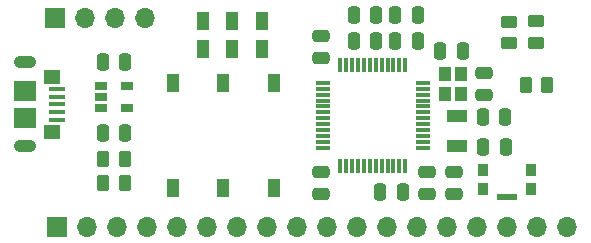
<source format=gbr>
%TF.GenerationSoftware,KiCad,Pcbnew,(6.0.6)*%
%TF.CreationDate,2022-07-30T22:38:46-07:00*%
%TF.ProjectId,ManySegDisplayController,4d616e79-5365-4674-9469-73706c617943,rev?*%
%TF.SameCoordinates,Original*%
%TF.FileFunction,Soldermask,Top*%
%TF.FilePolarity,Negative*%
%FSLAX46Y46*%
G04 Gerber Fmt 4.6, Leading zero omitted, Abs format (unit mm)*
G04 Created by KiCad (PCBNEW (6.0.6)) date 2022-07-30 22:38:46*
%MOMM*%
%LPD*%
G01*
G04 APERTURE LIST*
G04 Aperture macros list*
%AMRoundRect*
0 Rectangle with rounded corners*
0 $1 Rounding radius*
0 $2 $3 $4 $5 $6 $7 $8 $9 X,Y pos of 4 corners*
0 Add a 4 corners polygon primitive as box body*
4,1,4,$2,$3,$4,$5,$6,$7,$8,$9,$2,$3,0*
0 Add four circle primitives for the rounded corners*
1,1,$1+$1,$2,$3*
1,1,$1+$1,$4,$5*
1,1,$1+$1,$6,$7*
1,1,$1+$1,$8,$9*
0 Add four rect primitives between the rounded corners*
20,1,$1+$1,$2,$3,$4,$5,0*
20,1,$1+$1,$4,$5,$6,$7,0*
20,1,$1+$1,$6,$7,$8,$9,0*
20,1,$1+$1,$8,$9,$2,$3,0*%
G04 Aperture macros list end*
%ADD10RoundRect,0.250000X-0.250000X-0.475000X0.250000X-0.475000X0.250000X0.475000X-0.250000X0.475000X0*%
%ADD11R,1.700000X1.700000*%
%ADD12O,1.700000X1.700000*%
%ADD13R,1.400000X0.400000*%
%ADD14R,1.900000X1.750000*%
%ADD15R,1.450000X1.150000*%
%ADD16O,1.900000X1.050000*%
%ADD17R,1.000000X1.600000*%
%ADD18R,1.100000X1.500000*%
%ADD19R,1.060000X0.650000*%
%ADD20RoundRect,0.250000X-0.262500X-0.450000X0.262500X-0.450000X0.262500X0.450000X-0.262500X0.450000X0*%
%ADD21R,0.900000X1.000000*%
%ADD22R,1.700000X0.550000*%
%ADD23RoundRect,0.250000X0.475000X-0.250000X0.475000X0.250000X-0.475000X0.250000X-0.475000X-0.250000X0*%
%ADD24RoundRect,0.250000X-0.475000X0.250000X-0.475000X-0.250000X0.475000X-0.250000X0.475000X0.250000X0*%
%ADD25RoundRect,0.250000X0.250000X0.475000X-0.250000X0.475000X-0.250000X-0.475000X0.250000X-0.475000X0*%
%ADD26R,1.193800X0.304800*%
%ADD27R,0.304800X1.193800*%
%ADD28R,1.000000X1.150000*%
%ADD29RoundRect,0.250000X0.450000X-0.262500X0.450000X0.262500X-0.450000X0.262500X-0.450000X-0.262500X0*%
%ADD30R,1.800000X1.000000*%
G04 APERTURE END LIST*
D10*
%TO.C,C20*%
X130800000Y-77750000D03*
X132700000Y-77750000D03*
%TD*%
%TO.C,C21*%
X130800000Y-71750000D03*
X132700000Y-71750000D03*
%TD*%
D11*
%TO.C,J1*%
X126920000Y-85750000D03*
D12*
X129460000Y-85750000D03*
X132000000Y-85750000D03*
X134540000Y-85750000D03*
X137080000Y-85750000D03*
X139620000Y-85750000D03*
X142160000Y-85750000D03*
X144700000Y-85750000D03*
X147240000Y-85750000D03*
X149780000Y-85750000D03*
X152320000Y-85750000D03*
X154860000Y-85750000D03*
X157400000Y-85750000D03*
X159940000Y-85750000D03*
X162480000Y-85750000D03*
X165020000Y-85750000D03*
X167560000Y-85750000D03*
X170100000Y-85750000D03*
%TD*%
D13*
%TO.C,J10*%
X126880000Y-74040000D03*
X126880000Y-74690000D03*
X126880000Y-75340000D03*
X126880000Y-75990000D03*
X126880000Y-76640000D03*
D14*
X124230000Y-74215000D03*
D15*
X126460000Y-77660000D03*
X126460000Y-73020000D03*
D16*
X124230000Y-78915000D03*
X124230000Y-71765000D03*
D14*
X124230000Y-76465000D03*
%TD*%
D17*
%TO.C,SW2*%
X144250000Y-68300000D03*
X141750000Y-68300000D03*
X139250000Y-68300000D03*
X144250000Y-70700000D03*
X141750000Y-70700000D03*
X139250000Y-70700000D03*
%TD*%
D18*
%TO.C,SW10*%
X145250000Y-73550000D03*
X145250000Y-82450000D03*
%TD*%
%TO.C,SW11*%
X140990000Y-73510000D03*
X140990000Y-82410000D03*
%TD*%
%TO.C,SW12*%
X136750000Y-73540000D03*
X136750000Y-82440000D03*
%TD*%
D19*
%TO.C,U10*%
X130650000Y-73800000D03*
X130650000Y-74750000D03*
X130650000Y-75700000D03*
X132850000Y-75700000D03*
X132850000Y-73800000D03*
%TD*%
D20*
%TO.C,R1*%
X130837500Y-80000000D03*
X132662500Y-80000000D03*
%TD*%
%TO.C,R2*%
X130837500Y-82000000D03*
X132662500Y-82000000D03*
%TD*%
D11*
%TO.C,J2*%
X126750000Y-68000000D03*
D12*
X129290000Y-68000000D03*
X131830000Y-68000000D03*
X134370000Y-68000000D03*
%TD*%
D21*
%TO.C,SW1*%
X162950000Y-82550000D03*
X167050000Y-82550000D03*
X167050000Y-80950000D03*
X162950000Y-80950000D03*
D22*
X165000000Y-83175000D03*
%TD*%
D10*
%TO.C,C1*%
X162990000Y-78950000D03*
X164890000Y-78950000D03*
%TD*%
D23*
%TO.C,C4*%
X163100000Y-74560000D03*
X163100000Y-72660000D03*
%TD*%
%TO.C,C13*%
X149250000Y-82950000D03*
X149250000Y-81050000D03*
%TD*%
D24*
%TO.C,C11*%
X158250000Y-81050000D03*
X158250000Y-82950000D03*
%TD*%
D23*
%TO.C,C12*%
X149250000Y-71450000D03*
X149250000Y-69550000D03*
%TD*%
D10*
%TO.C,C15*%
X152050000Y-70000000D03*
X153950000Y-70000000D03*
%TD*%
D25*
%TO.C,C16*%
X157450000Y-67750000D03*
X155550000Y-67750000D03*
%TD*%
%TO.C,C10*%
X156200000Y-82750000D03*
X154300000Y-82750000D03*
%TD*%
D10*
%TO.C,C17*%
X152050000Y-67750000D03*
X153950000Y-67750000D03*
%TD*%
D24*
%TO.C,C30*%
X160500000Y-81050000D03*
X160500000Y-82950000D03*
%TD*%
D25*
%TO.C,C2*%
X164880000Y-76410000D03*
X162980000Y-76410000D03*
%TD*%
D10*
%TO.C,C3*%
X159350000Y-70820000D03*
X161250000Y-70820000D03*
%TD*%
D25*
%TO.C,C14*%
X157450000Y-70000000D03*
X155550000Y-70000000D03*
%TD*%
D26*
%TO.C,U1*%
X157899999Y-79030000D03*
X157899999Y-78530001D03*
X157899999Y-78029999D03*
X157899999Y-77530000D03*
X157899999Y-77030001D03*
X157899999Y-76530000D03*
X157899999Y-76030000D03*
X157899999Y-75529999D03*
X157899999Y-75030000D03*
X157899999Y-74530001D03*
X157899999Y-74029999D03*
X157899999Y-73530000D03*
D27*
X156400000Y-72030001D03*
X155900001Y-72030001D03*
X155399999Y-72030001D03*
X154900000Y-72030001D03*
X154400001Y-72030001D03*
X153900000Y-72030001D03*
X153400000Y-72030001D03*
X152899999Y-72030001D03*
X152400000Y-72030001D03*
X151900001Y-72030001D03*
X151399999Y-72030001D03*
X150900000Y-72030001D03*
D26*
X149400001Y-73530000D03*
X149400001Y-74029999D03*
X149400001Y-74530001D03*
X149400001Y-75030000D03*
X149400001Y-75529999D03*
X149400001Y-76030000D03*
X149400001Y-76530000D03*
X149400001Y-77030001D03*
X149400001Y-77530000D03*
X149400001Y-78029999D03*
X149400001Y-78530001D03*
X149400001Y-79030000D03*
D27*
X150900000Y-80529999D03*
X151399999Y-80529999D03*
X151900001Y-80529999D03*
X152400000Y-80529999D03*
X152899999Y-80529999D03*
X153400000Y-80529999D03*
X153900000Y-80529999D03*
X154400001Y-80529999D03*
X154900000Y-80529999D03*
X155399999Y-80529999D03*
X155900001Y-80529999D03*
X156400000Y-80529999D03*
%TD*%
D28*
%TO.C,Y2*%
X159760000Y-72755000D03*
X159760000Y-74505000D03*
X161160000Y-74505000D03*
X161160000Y-72755000D03*
%TD*%
D20*
%TO.C,R10*%
X166587500Y-73750000D03*
X168412500Y-73750000D03*
%TD*%
D29*
%TO.C,R20*%
X167470000Y-70132500D03*
X167470000Y-68307500D03*
%TD*%
%TO.C,R21*%
X165170000Y-70172500D03*
X165170000Y-68347500D03*
%TD*%
D30*
%TO.C,Y1*%
X160810000Y-78850000D03*
X160810000Y-76350000D03*
%TD*%
M02*

</source>
